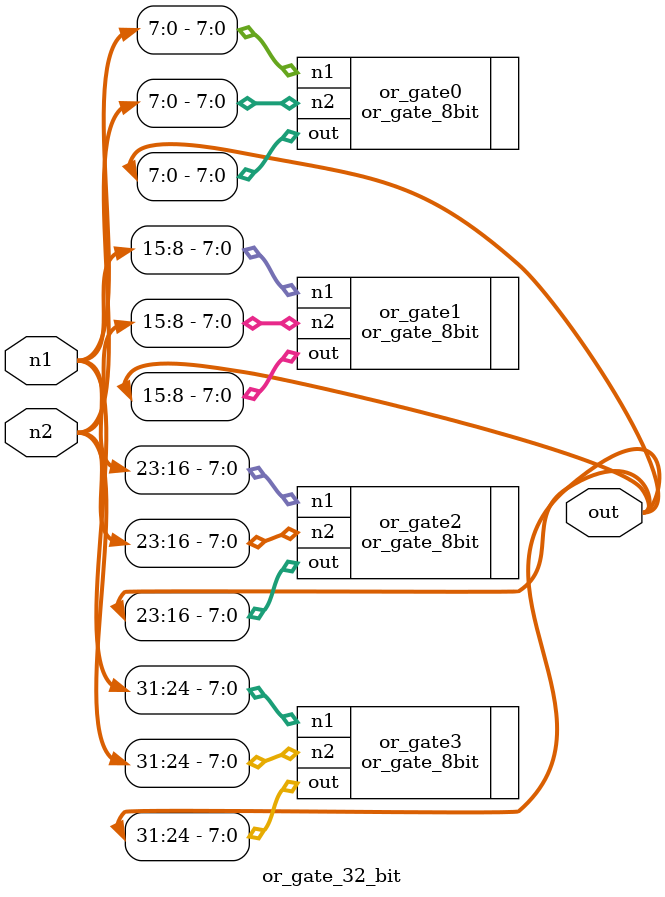
<source format=v>

module or_gate_32_bit (
    input [31:0] n1,
    input [31:0] n2,
    output [31:0] out
);

    or_gate_8bit or_gate0 (.n1(n1[7:0]),.n2(n2[7:0]),.out(out[7:0]));
    or_gate_8bit or_gate1 (.n1(n1[15:8]),.n2(n2[15:8]),.out(out[15:8]));
    or_gate_8bit or_gate2 (.n1(n1[23:16]),.n2(n2[23:16]),.out(out[23:16]));
    or_gate_8bit or_gate3 (.n1(n1[31:24]),.n2(n2[31:24]),.out(out[31:24]));
    
endmodule
</source>
